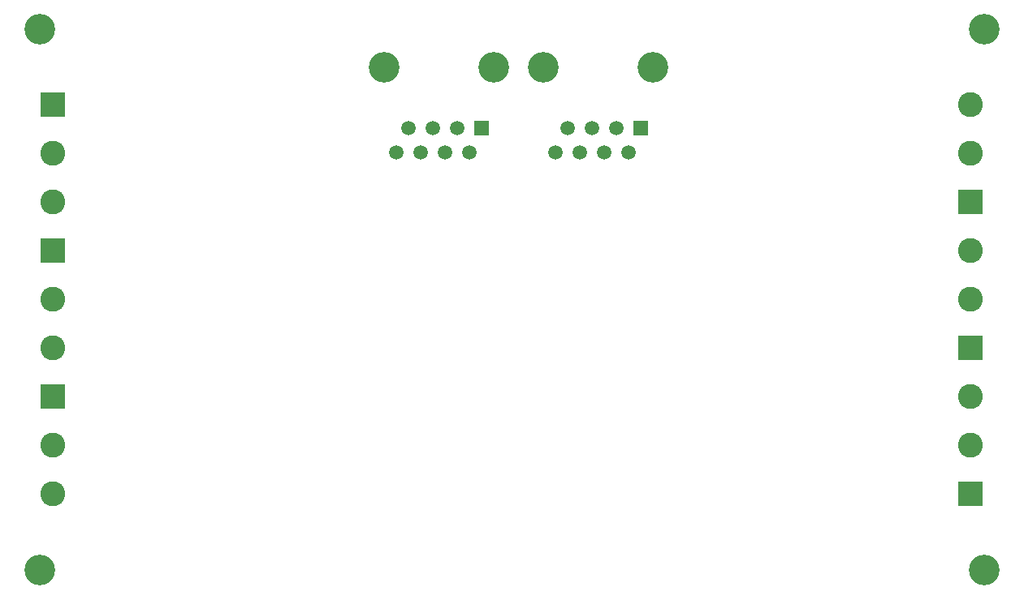
<source format=gbr>
%TF.GenerationSoftware,KiCad,Pcbnew,8.0.2*%
%TF.CreationDate,2024-12-19T10:05:04+01:00*%
%TF.ProjectId,OS-S88n,4f532d53-3838-46e2-9e6b-696361645f70,rev?*%
%TF.SameCoordinates,Original*%
%TF.FileFunction,Soldermask,Bot*%
%TF.FilePolarity,Negative*%
%FSLAX46Y46*%
G04 Gerber Fmt 4.6, Leading zero omitted, Abs format (unit mm)*
G04 Created by KiCad (PCBNEW 8.0.2) date 2024-12-19 10:05:04*
%MOMM*%
%LPD*%
G01*
G04 APERTURE LIST*
%ADD10R,2.600000X2.600000*%
%ADD11C,2.600000*%
%ADD12C,3.200000*%
%ADD13R,1.500000X1.500000*%
%ADD14C,1.500000*%
G04 APERTURE END LIST*
D10*
%TO.C,J101*%
X116028000Y-70372000D03*
D11*
X116028000Y-75452000D03*
X116028000Y-80532000D03*
%TD*%
D10*
%TO.C,J103*%
X116028000Y-100852000D03*
D11*
X116028000Y-105932000D03*
X116028000Y-111012000D03*
%TD*%
D12*
%TO.C,REF\u002A\u002A*%
X213206000Y-62512000D03*
%TD*%
D10*
%TO.C,J104*%
X211706000Y-111012000D03*
D11*
X211706000Y-105932000D03*
X211706000Y-100852000D03*
%TD*%
D12*
%TO.C,J2102*%
X162006000Y-66492000D03*
X150576000Y-66492000D03*
D13*
X160736000Y-72842000D03*
D14*
X159466000Y-75382000D03*
X158196000Y-72842000D03*
X156926000Y-75382000D03*
X155656000Y-72842000D03*
X154386000Y-75382000D03*
X153116000Y-72842000D03*
X151846000Y-75382000D03*
%TD*%
D10*
%TO.C,J102*%
X116028000Y-85612000D03*
D11*
X116028000Y-90692000D03*
X116028000Y-95772000D03*
%TD*%
D12*
%TO.C,REF\u002A\u002A*%
X114706000Y-119012000D03*
%TD*%
%TO.C,J2101*%
X178636000Y-66512000D03*
X167206000Y-66512000D03*
D13*
X177366000Y-72862000D03*
D14*
X176096000Y-75402000D03*
X174826000Y-72862000D03*
X173556000Y-75402000D03*
X172286000Y-72862000D03*
X171016000Y-75402000D03*
X169746000Y-72862000D03*
X168476000Y-75402000D03*
%TD*%
D12*
%TO.C,REF\u002A\u002A*%
X213206000Y-119012000D03*
%TD*%
D10*
%TO.C,J106*%
X211706000Y-80532000D03*
D11*
X211706000Y-75452000D03*
X211706000Y-70372000D03*
%TD*%
D12*
%TO.C,REF\u002A\u002A*%
X114706000Y-62512000D03*
%TD*%
D10*
%TO.C,J105*%
X211706000Y-95772000D03*
D11*
X211706000Y-90692000D03*
X211706000Y-85612000D03*
%TD*%
M02*

</source>
